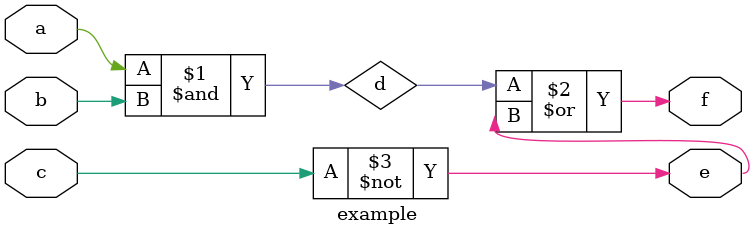
<source format=v>
`timescale 1ns / 1ps

module example(a, b, c, e, f);

  input a, b, c;
  output e, f;
  wire d;

  and g1(d, a, b);
  not g2(e, c);
  or g3(f, d, e);

endmodule

</source>
